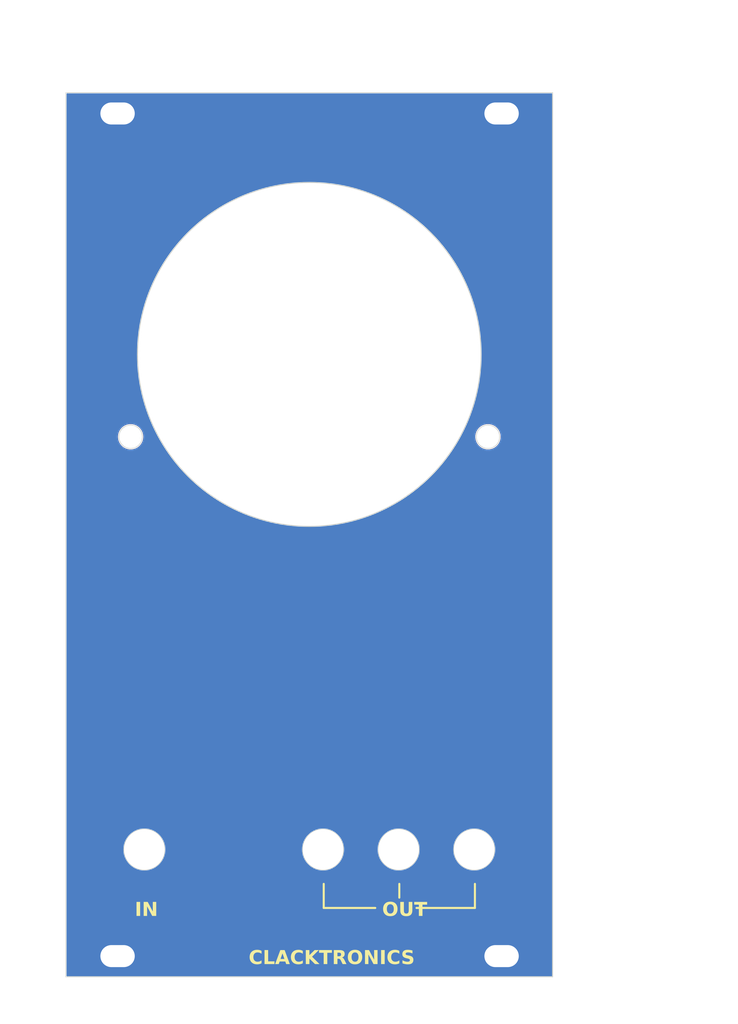
<source format=kicad_pcb>
(kicad_pcb (version 20240108) (generator "pcbnew") (generator_version "8.0")
  (layers (0 "F.Cu" signal) (31 "B.Cu" signal) (34 "B.Paste" user) (35 "F.Paste" user) (36 "B.SilkS" user "B.Silkscreen") (37 "F.SilkS" user "F.Silkscreen") (38 "B.Mask" user) (39 "F.Mask" user) (44 "Edge.Cuts" user))
  (net 0 "")
  (net 1 "GND")
  (footprint "BYOM_General:plated_rack_hole" (layer "F.Cu") (at 171.38 28)
    (property "Reference" "H5" (hide yes))
    (property "Value" "MountingHole_Pad")
    (pad "1" thru_hole oval (at 0 0) (size 6 4.2) (drill oval 5 3.2) (layers "*.Cu" "*.Mask") (net 1 "GND"))
  )
  (footprint "MountingHole:MountingHole_3.2mm_M3_DIN965" (layer "F.Cu") (at 117.4 75)
    (property "Reference" "H3" (hide yes))
    (property "Value" "MountingHole" (hide yes))
    (pad "" np_thru_hole circle (at 0 0) (size 3.2 3.2) (drill 3.2) (layers "*.Cu" "*.Mask"))
  )
  (footprint "BYOM_General:plated_rack_hole" (layer "F.Cu") (at 171.38 150.5)
    (property "Reference" "H6" (hide yes))
    (property "Value" "MountingHole_Pad")
    (pad "1" thru_hole oval (at 0 0) (size 6 4.2) (drill oval 5 3.2) (layers "*.Cu" "*.Mask") (net 1 "GND"))
  )
  (footprint "BYOM_General:plated_rack_hole" (layer "F.Cu") (at 115.5 28)
    (property "Reference" "H1" (hide yes))
    (property "Value" "MountingHole_Pad")
    (pad "1" thru_hole oval (at 0 0) (size 6 4.2) (drill oval 5 3.2) (layers "*.Cu" "*.Mask") (net 1 "GND"))
  )
  (footprint "MountingHole:MountingHole_3.2mm_M3_DIN965" (layer "F.Cu") (at 169.4 75)
    (property "Reference" "H4" (hide yes))
    (property "Value" "MountingHole" (hide yes))
    (pad "" np_thru_hole circle (at 0 0) (size 3.2 3.2) (drill 3.2) (layers "*.Cu" "*.Mask"))
  )
  (footprint "BYOM_General:plated_rack_hole" (layer "F.Cu") (at 115.5 150.5)
    (property "Reference" "H2" (hide yes))
    (property "Value" "MountingHole_Pad")
    (pad "1" thru_hole oval (at 0 0) (size 6 4.2) (drill oval 5 3.2) (layers "*.Cu" "*.Mask") (net 1 "GND"))
  )
  (gr_line (start 145.5 143.5) (end 145.5 140) (stroke (width 0.3)) (layer "F.SilkS"))
  (gr_line (start 167.5 143.5) (end 167.5 140) (stroke (width 0.3)) (layer "F.SilkS"))
  (gr_line (start 156.5 142) (end 156.5 140) (stroke (width 0.3)) (layer "F.SilkS"))
  (gr_line (start 145.5 143.5) (end 153 143.5) (stroke (width 0.3)) (layer "F.SilkS"))
  (gr_line (start 159 143.5) (end 167.5 143.5) (stroke (width 0.3)) (layer "F.SilkS"))
  (gr_circle (center 143.4 63.025) (end 118.4 63.025) (stroke (width 0.15)) (fill none) (layer "Edge.Cuts"))
  (gr_line (start 178.8 25) (end 108 25) (stroke (width 0.15)) (layer "Edge.Cuts"))
  (gr_circle (center 169.4 75) (end 167.7 75) (stroke (width 0.1)) (fill none) (layer "Edge.Cuts"))
  (gr_line (start 108 153.5) (end 108 25) (stroke (width 0.15)) (layer "Edge.Cuts"))
  (gr_circle (center 117.4 75) (end 115.7 75) (stroke (width 0.1)) (fill none) (layer "Edge.Cuts"))
  (gr_line (start 178.8 153.5) (end 108 153.5) (stroke (width 0.15)) (layer "Edge.Cuts"))
  (gr_circle (center 145.4 135) (end 142.4 135) (stroke (width 0.1)) (fill none) (layer "Edge.Cuts"))
  (gr_circle (center 119.4 135) (end 116.4 135) (stroke (width 0.1)) (fill none) (layer "Edge.Cuts"))
  (gr_line (start 178.8 25) (end 178.8 153.5) (stroke (width 0.15)) (layer "Edge.Cuts"))
  (gr_circle (center 156.4 135) (end 153.4 135) (stroke (width 0.1)) (fill none) (layer "Edge.Cuts"))
  (gr_circle (center 167.4 135) (end 164.4 135) (stroke (width 0.1)) (fill none) (layer "Edge.Cuts"))
  (gr_text "OUT" (at 154 145 0) (layer "F.SilkS") (effects (font (size 2 2) (thickness 0.2) (bold yes)) (justify left bottom)))
  (gr_text "IN" (at 118 145 0) (layer "F.SilkS") (effects (font (size 2 2) (thickness 0.2) (bold yes)) (justify left bottom)))
  (gr_text "CLACKTRONICS" (at 134.575018 152 0) (layer "F.SilkS") (effects (font (size 2 2) (thickness 0.5) (bold yes)) (justify left bottom)))
  (zone (net 1) (net_name "GND") (layers "F&B.Cu") (connect_pads yes (clearance 0.5)) (min_thickness 0.25) (fill yes (thermal_gap 0.5) (thermal_bridge_width 0.5))
    (polygon (pts (xy 107 24) (xy 107 154) (xy 180 154) (xy 180 24)))
  )
)
</source>
